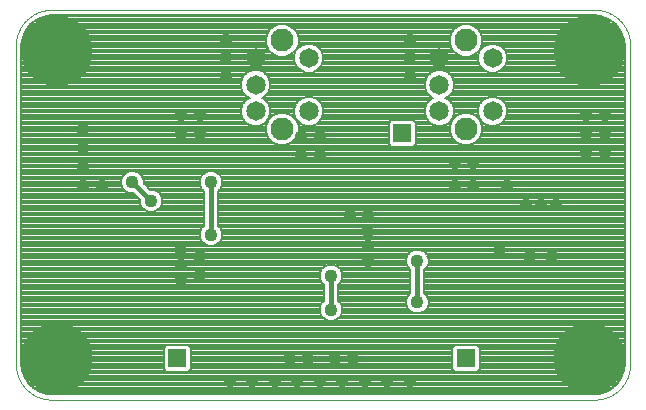
<source format=gbl>
G75*
%MOIN*%
%OFA0B0*%
%FSLAX25Y25*%
%IPPOS*%
%LPD*%
%AMOC8*
5,1,8,0,0,1.08239X$1,22.5*
%
%ADD10C,0.00394*%
%ADD11C,0.06496*%
%ADD12C,0.07677*%
%ADD13C,0.23622*%
%ADD14C,0.00800*%
%ADD15C,0.04362*%
%ADD16C,0.01600*%
%ADD17R,0.05906X0.05906*%
D10*
X0032280Y0024681D02*
X0213383Y0024681D01*
X0213668Y0024684D01*
X0213954Y0024695D01*
X0214239Y0024712D01*
X0214523Y0024736D01*
X0214807Y0024767D01*
X0215090Y0024805D01*
X0215371Y0024850D01*
X0215652Y0024901D01*
X0215932Y0024959D01*
X0216210Y0025024D01*
X0216486Y0025096D01*
X0216760Y0025174D01*
X0217033Y0025259D01*
X0217303Y0025351D01*
X0217571Y0025449D01*
X0217837Y0025553D01*
X0218100Y0025664D01*
X0218360Y0025781D01*
X0218618Y0025904D01*
X0218872Y0026034D01*
X0219123Y0026170D01*
X0219371Y0026311D01*
X0219615Y0026459D01*
X0219856Y0026612D01*
X0220092Y0026772D01*
X0220325Y0026937D01*
X0220554Y0027107D01*
X0220779Y0027283D01*
X0220999Y0027465D01*
X0221215Y0027651D01*
X0221426Y0027843D01*
X0221633Y0028040D01*
X0221835Y0028242D01*
X0222032Y0028449D01*
X0222224Y0028660D01*
X0222410Y0028876D01*
X0222592Y0029096D01*
X0222768Y0029321D01*
X0222938Y0029550D01*
X0223103Y0029783D01*
X0223263Y0030019D01*
X0223416Y0030260D01*
X0223564Y0030504D01*
X0223705Y0030752D01*
X0223841Y0031003D01*
X0223971Y0031257D01*
X0224094Y0031515D01*
X0224211Y0031775D01*
X0224322Y0032038D01*
X0224426Y0032304D01*
X0224524Y0032572D01*
X0224616Y0032842D01*
X0224701Y0033115D01*
X0224779Y0033389D01*
X0224851Y0033665D01*
X0224916Y0033943D01*
X0224974Y0034223D01*
X0225025Y0034504D01*
X0225070Y0034785D01*
X0225108Y0035068D01*
X0225139Y0035352D01*
X0225163Y0035636D01*
X0225180Y0035921D01*
X0225191Y0036207D01*
X0225194Y0036492D01*
X0225194Y0142791D01*
X0225191Y0143076D01*
X0225180Y0143362D01*
X0225163Y0143647D01*
X0225139Y0143931D01*
X0225108Y0144215D01*
X0225070Y0144498D01*
X0225025Y0144779D01*
X0224974Y0145060D01*
X0224916Y0145340D01*
X0224851Y0145618D01*
X0224779Y0145894D01*
X0224701Y0146168D01*
X0224616Y0146441D01*
X0224524Y0146711D01*
X0224426Y0146979D01*
X0224322Y0147245D01*
X0224211Y0147508D01*
X0224094Y0147768D01*
X0223971Y0148026D01*
X0223841Y0148280D01*
X0223705Y0148531D01*
X0223564Y0148779D01*
X0223416Y0149023D01*
X0223263Y0149264D01*
X0223103Y0149500D01*
X0222938Y0149733D01*
X0222768Y0149962D01*
X0222592Y0150187D01*
X0222410Y0150407D01*
X0222224Y0150623D01*
X0222032Y0150834D01*
X0221835Y0151041D01*
X0221633Y0151243D01*
X0221426Y0151440D01*
X0221215Y0151632D01*
X0220999Y0151818D01*
X0220779Y0152000D01*
X0220554Y0152176D01*
X0220325Y0152346D01*
X0220092Y0152511D01*
X0219856Y0152671D01*
X0219615Y0152824D01*
X0219371Y0152972D01*
X0219123Y0153113D01*
X0218872Y0153249D01*
X0218618Y0153379D01*
X0218360Y0153502D01*
X0218100Y0153619D01*
X0217837Y0153730D01*
X0217571Y0153834D01*
X0217303Y0153932D01*
X0217033Y0154024D01*
X0216760Y0154109D01*
X0216486Y0154187D01*
X0216210Y0154259D01*
X0215932Y0154324D01*
X0215652Y0154382D01*
X0215371Y0154433D01*
X0215090Y0154478D01*
X0214807Y0154516D01*
X0214523Y0154547D01*
X0214239Y0154571D01*
X0213954Y0154588D01*
X0213668Y0154599D01*
X0213383Y0154602D01*
X0032280Y0154602D01*
X0031995Y0154599D01*
X0031709Y0154588D01*
X0031424Y0154571D01*
X0031140Y0154547D01*
X0030856Y0154516D01*
X0030573Y0154478D01*
X0030292Y0154433D01*
X0030011Y0154382D01*
X0029731Y0154324D01*
X0029453Y0154259D01*
X0029177Y0154187D01*
X0028903Y0154109D01*
X0028630Y0154024D01*
X0028360Y0153932D01*
X0028092Y0153834D01*
X0027826Y0153730D01*
X0027563Y0153619D01*
X0027303Y0153502D01*
X0027045Y0153379D01*
X0026791Y0153249D01*
X0026540Y0153113D01*
X0026292Y0152972D01*
X0026048Y0152824D01*
X0025807Y0152671D01*
X0025571Y0152511D01*
X0025338Y0152346D01*
X0025109Y0152176D01*
X0024884Y0152000D01*
X0024664Y0151818D01*
X0024448Y0151632D01*
X0024237Y0151440D01*
X0024030Y0151243D01*
X0023828Y0151041D01*
X0023631Y0150834D01*
X0023439Y0150623D01*
X0023253Y0150407D01*
X0023071Y0150187D01*
X0022895Y0149962D01*
X0022725Y0149733D01*
X0022560Y0149500D01*
X0022400Y0149264D01*
X0022247Y0149023D01*
X0022099Y0148779D01*
X0021958Y0148531D01*
X0021822Y0148280D01*
X0021692Y0148026D01*
X0021569Y0147768D01*
X0021452Y0147508D01*
X0021341Y0147245D01*
X0021237Y0146979D01*
X0021139Y0146711D01*
X0021047Y0146441D01*
X0020962Y0146168D01*
X0020884Y0145894D01*
X0020812Y0145618D01*
X0020747Y0145340D01*
X0020689Y0145060D01*
X0020638Y0144779D01*
X0020593Y0144498D01*
X0020555Y0144215D01*
X0020524Y0143931D01*
X0020500Y0143647D01*
X0020483Y0143362D01*
X0020472Y0143076D01*
X0020469Y0142791D01*
X0020469Y0036492D01*
X0020472Y0036207D01*
X0020483Y0035921D01*
X0020500Y0035636D01*
X0020524Y0035352D01*
X0020555Y0035068D01*
X0020593Y0034785D01*
X0020638Y0034504D01*
X0020689Y0034223D01*
X0020747Y0033943D01*
X0020812Y0033665D01*
X0020884Y0033389D01*
X0020962Y0033115D01*
X0021047Y0032842D01*
X0021139Y0032572D01*
X0021237Y0032304D01*
X0021341Y0032038D01*
X0021452Y0031775D01*
X0021569Y0031515D01*
X0021692Y0031257D01*
X0021822Y0031003D01*
X0021958Y0030752D01*
X0022099Y0030504D01*
X0022247Y0030260D01*
X0022400Y0030019D01*
X0022560Y0029783D01*
X0022725Y0029550D01*
X0022895Y0029321D01*
X0023071Y0029096D01*
X0023253Y0028876D01*
X0023439Y0028660D01*
X0023631Y0028449D01*
X0023828Y0028242D01*
X0024030Y0028040D01*
X0024237Y0027843D01*
X0024448Y0027651D01*
X0024664Y0027465D01*
X0024884Y0027283D01*
X0025109Y0027107D01*
X0025338Y0026937D01*
X0025571Y0026772D01*
X0025807Y0026612D01*
X0026048Y0026459D01*
X0026292Y0026311D01*
X0026540Y0026170D01*
X0026791Y0026034D01*
X0027045Y0025904D01*
X0027303Y0025781D01*
X0027563Y0025664D01*
X0027826Y0025553D01*
X0028092Y0025449D01*
X0028360Y0025351D01*
X0028630Y0025259D01*
X0028903Y0025174D01*
X0029177Y0025096D01*
X0029453Y0025024D01*
X0029731Y0024959D01*
X0030011Y0024901D01*
X0030292Y0024850D01*
X0030573Y0024805D01*
X0030856Y0024767D01*
X0031140Y0024736D01*
X0031424Y0024712D01*
X0031709Y0024695D01*
X0031995Y0024684D01*
X0032280Y0024681D01*
D11*
X0100361Y0120823D03*
X0100361Y0129681D03*
X0100361Y0138539D03*
X0118077Y0138539D03*
X0118077Y0120823D03*
X0161611Y0120823D03*
X0161611Y0129681D03*
X0161611Y0138539D03*
X0179327Y0138539D03*
X0179327Y0120823D03*
D12*
X0170469Y0114917D03*
X0170469Y0144445D03*
X0109219Y0144445D03*
X0109219Y0114917D03*
D13*
X0034249Y0140823D03*
X0034249Y0038461D03*
X0211414Y0038461D03*
X0211414Y0140823D03*
D14*
X0223273Y0144358D02*
X0222305Y0147338D01*
X0220464Y0149872D01*
X0217929Y0151714D01*
X0214949Y0152682D01*
X0213383Y0152806D01*
X0032280Y0152806D01*
X0030714Y0152682D01*
X0027734Y0151714D01*
X0025199Y0149872D01*
X0023357Y0147338D01*
X0022389Y0144358D01*
X0022266Y0142791D01*
X0022266Y0036492D01*
X0022389Y0034926D01*
X0023357Y0031946D01*
X0025199Y0029411D01*
X0027734Y0027569D01*
X0030714Y0026601D01*
X0032280Y0026478D01*
X0213383Y0026478D01*
X0214949Y0026601D01*
X0217929Y0027569D01*
X0220464Y0029411D01*
X0222305Y0031946D01*
X0223273Y0034926D01*
X0223397Y0036492D01*
X0223397Y0142791D01*
X0223273Y0144358D01*
X0223241Y0144458D02*
X0175908Y0144458D01*
X0175908Y0145256D02*
X0222981Y0145256D01*
X0222722Y0146055D02*
X0175689Y0146055D01*
X0175908Y0145527D02*
X0175080Y0147526D01*
X0173550Y0149055D01*
X0171551Y0149883D01*
X0169387Y0149883D01*
X0167388Y0149055D01*
X0165859Y0147526D01*
X0165031Y0145527D01*
X0165031Y0143363D01*
X0165859Y0141364D01*
X0167388Y0139834D01*
X0169387Y0139006D01*
X0171551Y0139006D01*
X0173550Y0139834D01*
X0175080Y0141364D01*
X0175908Y0143363D01*
X0175908Y0145527D01*
X0175358Y0146853D02*
X0222463Y0146853D01*
X0222077Y0147652D02*
X0174953Y0147652D01*
X0174155Y0148450D02*
X0221497Y0148450D01*
X0220917Y0149249D02*
X0173083Y0149249D01*
X0167855Y0149249D02*
X0111833Y0149249D01*
X0112300Y0149055D02*
X0110301Y0149883D01*
X0108137Y0149883D01*
X0106138Y0149055D01*
X0104609Y0147526D01*
X0103781Y0145527D01*
X0103781Y0143363D01*
X0104609Y0141364D01*
X0106138Y0139834D01*
X0108137Y0139006D01*
X0110301Y0139006D01*
X0112300Y0139834D01*
X0113830Y0141364D01*
X0114658Y0143363D01*
X0114658Y0145527D01*
X0113830Y0147526D01*
X0112300Y0149055D01*
X0112905Y0148450D02*
X0166783Y0148450D01*
X0165985Y0147652D02*
X0113703Y0147652D01*
X0114108Y0146853D02*
X0165580Y0146853D01*
X0165249Y0146055D02*
X0114439Y0146055D01*
X0114658Y0145256D02*
X0165031Y0145256D01*
X0165031Y0144458D02*
X0114658Y0144458D01*
X0114658Y0143659D02*
X0165031Y0143659D01*
X0165239Y0142861D02*
X0120313Y0142861D01*
X0120824Y0142649D02*
X0119042Y0143387D01*
X0117113Y0143387D01*
X0115331Y0142649D01*
X0113967Y0141286D01*
X0113229Y0139504D01*
X0113229Y0137575D01*
X0113967Y0135793D01*
X0115331Y0134429D01*
X0117113Y0133691D01*
X0119042Y0133691D01*
X0120824Y0134429D01*
X0122187Y0135793D01*
X0122925Y0137575D01*
X0122925Y0139504D01*
X0122187Y0141286D01*
X0120824Y0142649D01*
X0121411Y0142062D02*
X0165569Y0142062D01*
X0165959Y0141264D02*
X0122196Y0141264D01*
X0122527Y0140465D02*
X0166757Y0140465D01*
X0167793Y0139667D02*
X0122858Y0139667D01*
X0122925Y0138868D02*
X0174479Y0138868D01*
X0174479Y0139504D02*
X0174479Y0137575D01*
X0175217Y0135793D01*
X0176581Y0134429D01*
X0178363Y0133691D01*
X0180292Y0133691D01*
X0182074Y0134429D01*
X0183437Y0135793D01*
X0184175Y0137575D01*
X0184175Y0139504D01*
X0183437Y0141286D01*
X0182074Y0142649D01*
X0180292Y0143387D01*
X0178363Y0143387D01*
X0176581Y0142649D01*
X0175217Y0141286D01*
X0174479Y0139504D01*
X0174547Y0139667D02*
X0173145Y0139667D01*
X0174181Y0140465D02*
X0174878Y0140465D01*
X0174979Y0141264D02*
X0175208Y0141264D01*
X0175369Y0142062D02*
X0175994Y0142062D01*
X0175700Y0142861D02*
X0177092Y0142861D01*
X0175908Y0143659D02*
X0223328Y0143659D01*
X0223391Y0142861D02*
X0181563Y0142861D01*
X0182661Y0142062D02*
X0223397Y0142062D01*
X0223397Y0141264D02*
X0183446Y0141264D01*
X0183777Y0140465D02*
X0223397Y0140465D01*
X0223397Y0139667D02*
X0184108Y0139667D01*
X0184175Y0138868D02*
X0223397Y0138868D01*
X0223397Y0138070D02*
X0184175Y0138070D01*
X0184050Y0137271D02*
X0223397Y0137271D01*
X0223397Y0136473D02*
X0183719Y0136473D01*
X0183318Y0135674D02*
X0223397Y0135674D01*
X0223397Y0134876D02*
X0182520Y0134876D01*
X0181223Y0134077D02*
X0223397Y0134077D01*
X0223397Y0133279D02*
X0164869Y0133279D01*
X0164357Y0133791D02*
X0162575Y0134529D01*
X0160647Y0134529D01*
X0158865Y0133791D01*
X0157501Y0132427D01*
X0156763Y0130645D01*
X0156763Y0128717D01*
X0157501Y0126935D01*
X0158865Y0125571D01*
X0159635Y0125252D01*
X0158865Y0124933D01*
X0157501Y0123569D01*
X0156763Y0121787D01*
X0156763Y0119858D01*
X0157501Y0118077D01*
X0158865Y0116713D01*
X0160647Y0115975D01*
X0162575Y0115975D01*
X0164357Y0116713D01*
X0165721Y0118077D01*
X0166459Y0119858D01*
X0166459Y0121787D01*
X0165721Y0123569D01*
X0164357Y0124933D01*
X0163587Y0125252D01*
X0164357Y0125571D01*
X0165721Y0126935D01*
X0166459Y0128717D01*
X0166459Y0130645D01*
X0165721Y0132427D01*
X0164357Y0133791D01*
X0163666Y0134077D02*
X0177432Y0134077D01*
X0176135Y0134876D02*
X0121270Y0134876D01*
X0122068Y0135674D02*
X0175336Y0135674D01*
X0174936Y0136473D02*
X0122469Y0136473D01*
X0122800Y0137271D02*
X0174605Y0137271D01*
X0174479Y0138070D02*
X0122925Y0138070D01*
X0119973Y0134077D02*
X0159555Y0134077D01*
X0158352Y0133279D02*
X0103619Y0133279D01*
X0103107Y0133791D02*
X0101325Y0134529D01*
X0099397Y0134529D01*
X0097615Y0133791D01*
X0096251Y0132427D01*
X0095513Y0130645D01*
X0095513Y0128717D01*
X0096251Y0126935D01*
X0097615Y0125571D01*
X0098385Y0125252D01*
X0097615Y0124933D01*
X0096251Y0123569D01*
X0095513Y0121787D01*
X0095513Y0119858D01*
X0096251Y0118077D01*
X0097615Y0116713D01*
X0099397Y0115975D01*
X0101325Y0115975D01*
X0103107Y0116713D01*
X0104471Y0118077D01*
X0105209Y0119858D01*
X0105209Y0121787D01*
X0104471Y0123569D01*
X0103107Y0124933D01*
X0102337Y0125252D01*
X0103107Y0125571D01*
X0104471Y0126935D01*
X0105209Y0128717D01*
X0105209Y0130645D01*
X0104471Y0132427D01*
X0103107Y0133791D01*
X0102416Y0134077D02*
X0116182Y0134077D01*
X0114885Y0134876D02*
X0022266Y0134876D01*
X0022266Y0135674D02*
X0114086Y0135674D01*
X0113686Y0136473D02*
X0022266Y0136473D01*
X0022266Y0137271D02*
X0113355Y0137271D01*
X0113229Y0138070D02*
X0022266Y0138070D01*
X0022266Y0138868D02*
X0113229Y0138868D01*
X0113297Y0139667D02*
X0111895Y0139667D01*
X0112931Y0140465D02*
X0113628Y0140465D01*
X0113729Y0141264D02*
X0113958Y0141264D01*
X0114119Y0142062D02*
X0114744Y0142062D01*
X0114450Y0142861D02*
X0115842Y0142861D01*
X0106543Y0139667D02*
X0022266Y0139667D01*
X0022266Y0140465D02*
X0105507Y0140465D01*
X0104709Y0141264D02*
X0022266Y0141264D01*
X0022266Y0142062D02*
X0104319Y0142062D01*
X0103989Y0142861D02*
X0022271Y0142861D01*
X0022334Y0143659D02*
X0103781Y0143659D01*
X0103781Y0144458D02*
X0022422Y0144458D01*
X0022681Y0145256D02*
X0103781Y0145256D01*
X0103999Y0146055D02*
X0022941Y0146055D01*
X0023200Y0146853D02*
X0104330Y0146853D01*
X0104735Y0147652D02*
X0023586Y0147652D01*
X0024166Y0148450D02*
X0105533Y0148450D01*
X0106605Y0149249D02*
X0024746Y0149249D01*
X0025440Y0150047D02*
X0220223Y0150047D01*
X0219124Y0150846D02*
X0026539Y0150846D01*
X0027638Y0151644D02*
X0218025Y0151644D01*
X0215686Y0152443D02*
X0029977Y0152443D01*
X0022266Y0134077D02*
X0098305Y0134077D01*
X0097102Y0133279D02*
X0022266Y0133279D01*
X0022266Y0132480D02*
X0096304Y0132480D01*
X0095942Y0131682D02*
X0022266Y0131682D01*
X0022266Y0130883D02*
X0095611Y0130883D01*
X0095513Y0130085D02*
X0022266Y0130085D01*
X0022266Y0129286D02*
X0095513Y0129286D01*
X0095608Y0128488D02*
X0022266Y0128488D01*
X0022266Y0127689D02*
X0095939Y0127689D01*
X0096295Y0126891D02*
X0022266Y0126891D01*
X0022266Y0126092D02*
X0097094Y0126092D01*
X0098285Y0125294D02*
X0022266Y0125294D01*
X0022266Y0124495D02*
X0097177Y0124495D01*
X0096378Y0123697D02*
X0022266Y0123697D01*
X0022266Y0122898D02*
X0095973Y0122898D01*
X0095642Y0122099D02*
X0022266Y0122099D01*
X0022266Y0121301D02*
X0095513Y0121301D01*
X0095513Y0120502D02*
X0022266Y0120502D01*
X0022266Y0119704D02*
X0095577Y0119704D01*
X0095908Y0118905D02*
X0022266Y0118905D01*
X0022266Y0118107D02*
X0096238Y0118107D01*
X0097019Y0117308D02*
X0022266Y0117308D01*
X0022266Y0116510D02*
X0098105Y0116510D01*
X0102617Y0116510D02*
X0103992Y0116510D01*
X0103781Y0115999D02*
X0103781Y0113836D01*
X0104609Y0111837D01*
X0106138Y0110307D01*
X0108137Y0109479D01*
X0110301Y0109479D01*
X0112300Y0110307D01*
X0113830Y0111837D01*
X0114658Y0113836D01*
X0114658Y0115999D01*
X0113830Y0117998D01*
X0112300Y0119528D01*
X0110301Y0120356D01*
X0108137Y0120356D01*
X0106138Y0119528D01*
X0104609Y0117998D01*
X0103781Y0115999D01*
X0103781Y0115711D02*
X0022266Y0115711D01*
X0022266Y0114913D02*
X0103781Y0114913D01*
X0103781Y0114114D02*
X0022266Y0114114D01*
X0022266Y0113316D02*
X0103996Y0113316D01*
X0104327Y0112517D02*
X0022266Y0112517D01*
X0022266Y0111719D02*
X0104726Y0111719D01*
X0105525Y0110920D02*
X0022266Y0110920D01*
X0022266Y0110122D02*
X0106585Y0110122D01*
X0111853Y0110122D02*
X0144666Y0110122D01*
X0144666Y0109816D02*
X0145604Y0108878D01*
X0152835Y0108878D01*
X0153772Y0109816D01*
X0153772Y0117047D01*
X0152835Y0117984D01*
X0145604Y0117984D01*
X0144666Y0117047D01*
X0144666Y0109816D01*
X0145159Y0109323D02*
X0022266Y0109323D01*
X0022266Y0108525D02*
X0223397Y0108525D01*
X0223397Y0109323D02*
X0153280Y0109323D01*
X0153772Y0110122D02*
X0167835Y0110122D01*
X0167388Y0110307D02*
X0169387Y0109479D01*
X0171551Y0109479D01*
X0173550Y0110307D01*
X0175080Y0111837D01*
X0175908Y0113836D01*
X0175908Y0115999D01*
X0175080Y0117998D01*
X0173550Y0119528D01*
X0171551Y0120356D01*
X0169387Y0120356D01*
X0167388Y0119528D01*
X0165859Y0117998D01*
X0165031Y0115999D01*
X0165031Y0113836D01*
X0165859Y0111837D01*
X0167388Y0110307D01*
X0166775Y0110920D02*
X0153772Y0110920D01*
X0153772Y0111719D02*
X0165976Y0111719D01*
X0165577Y0112517D02*
X0153772Y0112517D01*
X0153772Y0113316D02*
X0165246Y0113316D01*
X0165031Y0114114D02*
X0153772Y0114114D01*
X0153772Y0114913D02*
X0165031Y0114913D01*
X0165031Y0115711D02*
X0153772Y0115711D01*
X0153772Y0116510D02*
X0159355Y0116510D01*
X0158269Y0117308D02*
X0153510Y0117308D01*
X0157158Y0118905D02*
X0122531Y0118905D01*
X0122200Y0118107D02*
X0157488Y0118107D01*
X0156827Y0119704D02*
X0122861Y0119704D01*
X0122925Y0119858D02*
X0122187Y0118077D01*
X0120824Y0116713D01*
X0119042Y0115975D01*
X0117113Y0115975D01*
X0115331Y0116713D01*
X0113967Y0118077D01*
X0113229Y0119858D01*
X0113229Y0121787D01*
X0113967Y0123569D01*
X0115331Y0124933D01*
X0117113Y0125671D01*
X0119042Y0125671D01*
X0120824Y0124933D01*
X0122187Y0123569D01*
X0122925Y0121787D01*
X0122925Y0119858D01*
X0122925Y0120502D02*
X0156763Y0120502D01*
X0156763Y0121301D02*
X0122925Y0121301D01*
X0122796Y0122099D02*
X0156892Y0122099D01*
X0157223Y0122898D02*
X0122465Y0122898D01*
X0122060Y0123697D02*
X0157628Y0123697D01*
X0158427Y0124495D02*
X0121261Y0124495D01*
X0119953Y0125294D02*
X0159535Y0125294D01*
X0158344Y0126092D02*
X0103628Y0126092D01*
X0104426Y0126891D02*
X0157545Y0126891D01*
X0157189Y0127689D02*
X0104783Y0127689D01*
X0105114Y0128488D02*
X0156858Y0128488D01*
X0156763Y0129286D02*
X0105209Y0129286D01*
X0105209Y0130085D02*
X0156763Y0130085D01*
X0156861Y0130883D02*
X0105110Y0130883D01*
X0104780Y0131682D02*
X0157192Y0131682D01*
X0157554Y0132480D02*
X0104418Y0132480D01*
X0102437Y0125294D02*
X0116202Y0125294D01*
X0114893Y0124495D02*
X0103545Y0124495D01*
X0104343Y0123697D02*
X0114095Y0123697D01*
X0113690Y0122898D02*
X0104749Y0122898D01*
X0105080Y0122099D02*
X0113359Y0122099D01*
X0113229Y0121301D02*
X0105209Y0121301D01*
X0105209Y0120502D02*
X0113229Y0120502D01*
X0113293Y0119704D02*
X0111875Y0119704D01*
X0112922Y0118905D02*
X0113624Y0118905D01*
X0113721Y0118107D02*
X0113955Y0118107D01*
X0114115Y0117308D02*
X0114736Y0117308D01*
X0114446Y0116510D02*
X0115821Y0116510D01*
X0114658Y0115711D02*
X0144666Y0115711D01*
X0144666Y0114913D02*
X0114658Y0114913D01*
X0114658Y0114114D02*
X0144666Y0114114D01*
X0144666Y0113316D02*
X0114442Y0113316D01*
X0114112Y0112517D02*
X0144666Y0112517D01*
X0144666Y0111719D02*
X0113712Y0111719D01*
X0112913Y0110920D02*
X0144666Y0110920D01*
X0144666Y0116510D02*
X0120334Y0116510D01*
X0121419Y0117308D02*
X0144928Y0117308D01*
X0163867Y0116510D02*
X0165242Y0116510D01*
X0164953Y0117308D02*
X0165573Y0117308D01*
X0165733Y0118107D02*
X0165967Y0118107D01*
X0166064Y0118905D02*
X0166766Y0118905D01*
X0166395Y0119704D02*
X0167813Y0119704D01*
X0166459Y0120502D02*
X0174479Y0120502D01*
X0174479Y0119858D02*
X0175217Y0118077D01*
X0176581Y0116713D01*
X0178363Y0115975D01*
X0180292Y0115975D01*
X0182074Y0116713D01*
X0183437Y0118077D01*
X0184175Y0119858D01*
X0184175Y0121787D01*
X0183437Y0123569D01*
X0182074Y0124933D01*
X0180292Y0125671D01*
X0178363Y0125671D01*
X0176581Y0124933D01*
X0175217Y0123569D01*
X0174479Y0121787D01*
X0174479Y0119858D01*
X0174543Y0119704D02*
X0173125Y0119704D01*
X0174172Y0118905D02*
X0174874Y0118905D01*
X0174971Y0118107D02*
X0175205Y0118107D01*
X0175365Y0117308D02*
X0175986Y0117308D01*
X0175696Y0116510D02*
X0177071Y0116510D01*
X0175908Y0115711D02*
X0223397Y0115711D01*
X0223397Y0114913D02*
X0175908Y0114913D01*
X0175908Y0114114D02*
X0223397Y0114114D01*
X0223397Y0113316D02*
X0175692Y0113316D01*
X0175362Y0112517D02*
X0223397Y0112517D01*
X0223397Y0111719D02*
X0174962Y0111719D01*
X0174163Y0110920D02*
X0223397Y0110920D01*
X0223397Y0110122D02*
X0173103Y0110122D01*
X0181584Y0116510D02*
X0223397Y0116510D01*
X0223397Y0117308D02*
X0182669Y0117308D01*
X0183450Y0118107D02*
X0223397Y0118107D01*
X0223397Y0118905D02*
X0183781Y0118905D01*
X0184111Y0119704D02*
X0223397Y0119704D01*
X0223397Y0120502D02*
X0184175Y0120502D01*
X0184175Y0121301D02*
X0223397Y0121301D01*
X0223397Y0122099D02*
X0184046Y0122099D01*
X0183715Y0122898D02*
X0223397Y0122898D01*
X0223397Y0123697D02*
X0183310Y0123697D01*
X0182511Y0124495D02*
X0223397Y0124495D01*
X0223397Y0125294D02*
X0181203Y0125294D01*
X0177452Y0125294D02*
X0163687Y0125294D01*
X0164795Y0124495D02*
X0176143Y0124495D01*
X0175345Y0123697D02*
X0165593Y0123697D01*
X0165999Y0122898D02*
X0174940Y0122898D01*
X0174609Y0122099D02*
X0166330Y0122099D01*
X0166459Y0121301D02*
X0174479Y0121301D01*
X0165676Y0126891D02*
X0223397Y0126891D01*
X0223397Y0127689D02*
X0166033Y0127689D01*
X0166364Y0128488D02*
X0223397Y0128488D01*
X0223397Y0129286D02*
X0166459Y0129286D01*
X0166459Y0130085D02*
X0223397Y0130085D01*
X0223397Y0130883D02*
X0166360Y0130883D01*
X0166030Y0131682D02*
X0223397Y0131682D01*
X0223397Y0132480D02*
X0165668Y0132480D01*
X0164878Y0126092D02*
X0223397Y0126092D01*
X0223397Y0107726D02*
X0022266Y0107726D01*
X0022266Y0106928D02*
X0223397Y0106928D01*
X0223397Y0106129D02*
X0022266Y0106129D01*
X0022266Y0105331D02*
X0223397Y0105331D01*
X0223397Y0104532D02*
X0022266Y0104532D01*
X0022266Y0103734D02*
X0223397Y0103734D01*
X0223397Y0102935D02*
X0022266Y0102935D01*
X0022266Y0102137D02*
X0223397Y0102137D01*
X0223397Y0101338D02*
X0022266Y0101338D01*
X0022266Y0100540D02*
X0057447Y0100540D01*
X0057077Y0100387D02*
X0056014Y0099323D01*
X0055438Y0097933D01*
X0055438Y0096429D01*
X0056014Y0095039D01*
X0057077Y0093976D01*
X0058467Y0093400D01*
X0059606Y0093400D01*
X0061688Y0091318D01*
X0061688Y0090179D01*
X0062264Y0088789D01*
X0063327Y0087726D01*
X0064717Y0087150D01*
X0066221Y0087150D01*
X0067611Y0087726D01*
X0068675Y0088789D01*
X0069250Y0090179D01*
X0069250Y0091683D01*
X0068675Y0093073D01*
X0067611Y0094137D01*
X0066221Y0094712D01*
X0065082Y0094712D01*
X0063000Y0096794D01*
X0063000Y0097933D01*
X0062425Y0099323D01*
X0061361Y0100387D01*
X0059971Y0100962D01*
X0058467Y0100962D01*
X0057077Y0100387D01*
X0056432Y0099741D02*
X0022266Y0099741D01*
X0022266Y0098943D02*
X0055856Y0098943D01*
X0055525Y0098144D02*
X0022266Y0098144D01*
X0022266Y0097346D02*
X0055438Y0097346D01*
X0055438Y0096547D02*
X0022266Y0096547D01*
X0022266Y0095749D02*
X0055720Y0095749D01*
X0056103Y0094950D02*
X0022266Y0094950D01*
X0022266Y0094152D02*
X0056901Y0094152D01*
X0059653Y0093353D02*
X0022266Y0093353D01*
X0022266Y0092555D02*
X0060452Y0092555D01*
X0061250Y0091756D02*
X0022266Y0091756D01*
X0022266Y0090958D02*
X0061688Y0090958D01*
X0061696Y0090159D02*
X0022266Y0090159D01*
X0022266Y0089361D02*
X0062027Y0089361D01*
X0062491Y0088562D02*
X0022266Y0088562D01*
X0022266Y0087763D02*
X0063289Y0087763D01*
X0067649Y0087763D02*
X0083069Y0087763D01*
X0083069Y0086965D02*
X0022266Y0086965D01*
X0022266Y0086166D02*
X0083069Y0086166D01*
X0083069Y0085368D02*
X0022266Y0085368D01*
X0022266Y0084569D02*
X0083069Y0084569D01*
X0083069Y0083771D02*
X0022266Y0083771D01*
X0022266Y0082972D02*
X0083069Y0082972D01*
X0083069Y0082628D02*
X0082264Y0081823D01*
X0081688Y0080433D01*
X0081688Y0078929D01*
X0082264Y0077539D01*
X0083327Y0076476D01*
X0084717Y0075900D01*
X0086221Y0075900D01*
X0087611Y0076476D01*
X0088675Y0077539D01*
X0089250Y0078929D01*
X0089250Y0080433D01*
X0088675Y0081823D01*
X0087869Y0082628D01*
X0087869Y0094234D01*
X0088675Y0095039D01*
X0089250Y0096429D01*
X0089250Y0097933D01*
X0088675Y0099323D01*
X0087611Y0100387D01*
X0086221Y0100962D01*
X0084717Y0100962D01*
X0083327Y0100387D01*
X0082264Y0099323D01*
X0081688Y0097933D01*
X0081688Y0096429D01*
X0082264Y0095039D01*
X0083069Y0094234D01*
X0083069Y0082628D01*
X0082615Y0082174D02*
X0022266Y0082174D01*
X0022266Y0081375D02*
X0082078Y0081375D01*
X0081748Y0080577D02*
X0022266Y0080577D01*
X0022266Y0079778D02*
X0081688Y0079778D01*
X0081688Y0078980D02*
X0022266Y0078980D01*
X0022266Y0078181D02*
X0081998Y0078181D01*
X0082420Y0077383D02*
X0022266Y0077383D01*
X0022266Y0076584D02*
X0083219Y0076584D01*
X0087720Y0076584D02*
X0223397Y0076584D01*
X0223397Y0075786D02*
X0022266Y0075786D01*
X0022266Y0074987D02*
X0223397Y0074987D01*
X0223397Y0074189D02*
X0156235Y0074189D01*
X0156361Y0074137D02*
X0154971Y0074712D01*
X0153467Y0074712D01*
X0152077Y0074137D01*
X0151014Y0073073D01*
X0150438Y0071683D01*
X0150438Y0070179D01*
X0151014Y0068789D01*
X0151819Y0067984D01*
X0151819Y0060128D01*
X0151014Y0059323D01*
X0150438Y0057933D01*
X0150438Y0056429D01*
X0151014Y0055039D01*
X0152077Y0053976D01*
X0153467Y0053400D01*
X0154971Y0053400D01*
X0156361Y0053976D01*
X0157425Y0055039D01*
X0158000Y0056429D01*
X0158000Y0057933D01*
X0157425Y0059323D01*
X0156619Y0060128D01*
X0156619Y0067984D01*
X0157425Y0068789D01*
X0158000Y0070179D01*
X0158000Y0071683D01*
X0157425Y0073073D01*
X0156361Y0074137D01*
X0157107Y0073390D02*
X0223397Y0073390D01*
X0223397Y0072592D02*
X0157624Y0072592D01*
X0157955Y0071793D02*
X0223397Y0071793D01*
X0223397Y0070995D02*
X0158000Y0070995D01*
X0158000Y0070196D02*
X0223397Y0070196D01*
X0223397Y0069398D02*
X0157677Y0069398D01*
X0157235Y0068599D02*
X0223397Y0068599D01*
X0223397Y0067801D02*
X0156619Y0067801D01*
X0156619Y0067002D02*
X0223397Y0067002D01*
X0223397Y0066204D02*
X0156619Y0066204D01*
X0156619Y0065405D02*
X0223397Y0065405D01*
X0223397Y0064607D02*
X0156619Y0064607D01*
X0156619Y0063808D02*
X0223397Y0063808D01*
X0223397Y0063010D02*
X0156619Y0063010D01*
X0156619Y0062211D02*
X0223397Y0062211D01*
X0223397Y0061413D02*
X0156619Y0061413D01*
X0156619Y0060614D02*
X0223397Y0060614D01*
X0223397Y0059816D02*
X0156932Y0059816D01*
X0157551Y0059017D02*
X0223397Y0059017D01*
X0223397Y0058219D02*
X0157882Y0058219D01*
X0158000Y0057420D02*
X0223397Y0057420D01*
X0223397Y0056622D02*
X0158000Y0056622D01*
X0157749Y0055823D02*
X0223397Y0055823D01*
X0223397Y0055025D02*
X0157410Y0055025D01*
X0156611Y0054226D02*
X0223397Y0054226D01*
X0223397Y0053428D02*
X0155038Y0053428D01*
X0153401Y0053428D02*
X0129043Y0053428D01*
X0129250Y0053929D02*
X0128675Y0052539D01*
X0127611Y0051476D01*
X0126221Y0050900D01*
X0124717Y0050900D01*
X0123327Y0051476D01*
X0122264Y0052539D01*
X0121688Y0053929D01*
X0121688Y0055433D01*
X0122264Y0056823D01*
X0123069Y0057628D01*
X0123069Y0062984D01*
X0122264Y0063789D01*
X0121688Y0065179D01*
X0121688Y0066683D01*
X0122264Y0068073D01*
X0123327Y0069137D01*
X0124717Y0069712D01*
X0126221Y0069712D01*
X0127611Y0069137D01*
X0128675Y0068073D01*
X0129250Y0066683D01*
X0129250Y0065179D01*
X0128675Y0063789D01*
X0127869Y0062984D01*
X0127869Y0057628D01*
X0128675Y0056823D01*
X0129250Y0055433D01*
X0129250Y0053929D01*
X0129250Y0054226D02*
X0151827Y0054226D01*
X0151028Y0055025D02*
X0129250Y0055025D01*
X0129089Y0055823D02*
X0150689Y0055823D01*
X0150438Y0056622D02*
X0128758Y0056622D01*
X0128077Y0057420D02*
X0150438Y0057420D01*
X0150556Y0058219D02*
X0127869Y0058219D01*
X0127869Y0059017D02*
X0150887Y0059017D01*
X0151506Y0059816D02*
X0127869Y0059816D01*
X0127869Y0060614D02*
X0151819Y0060614D01*
X0151819Y0061413D02*
X0127869Y0061413D01*
X0127869Y0062211D02*
X0151819Y0062211D01*
X0151819Y0063010D02*
X0127895Y0063010D01*
X0128682Y0063808D02*
X0151819Y0063808D01*
X0151819Y0064607D02*
X0129013Y0064607D01*
X0129250Y0065405D02*
X0151819Y0065405D01*
X0151819Y0066204D02*
X0129250Y0066204D01*
X0129118Y0067002D02*
X0151819Y0067002D01*
X0151819Y0067801D02*
X0128787Y0067801D01*
X0128148Y0068599D02*
X0151204Y0068599D01*
X0150762Y0069398D02*
X0126980Y0069398D01*
X0123958Y0069398D02*
X0022266Y0069398D01*
X0022266Y0070196D02*
X0150438Y0070196D01*
X0150438Y0070995D02*
X0022266Y0070995D01*
X0022266Y0071793D02*
X0150484Y0071793D01*
X0150814Y0072592D02*
X0022266Y0072592D01*
X0022266Y0073390D02*
X0151331Y0073390D01*
X0152203Y0074189D02*
X0022266Y0074189D01*
X0022266Y0068599D02*
X0122790Y0068599D01*
X0122151Y0067801D02*
X0022266Y0067801D01*
X0022266Y0067002D02*
X0121820Y0067002D01*
X0121688Y0066204D02*
X0022266Y0066204D01*
X0022266Y0065405D02*
X0121688Y0065405D01*
X0121925Y0064607D02*
X0022266Y0064607D01*
X0022266Y0063808D02*
X0122256Y0063808D01*
X0123043Y0063010D02*
X0022266Y0063010D01*
X0022266Y0062211D02*
X0123069Y0062211D01*
X0123069Y0061413D02*
X0022266Y0061413D01*
X0022266Y0060614D02*
X0123069Y0060614D01*
X0123069Y0059816D02*
X0022266Y0059816D01*
X0022266Y0059017D02*
X0123069Y0059017D01*
X0123069Y0058219D02*
X0022266Y0058219D01*
X0022266Y0057420D02*
X0122861Y0057420D01*
X0122180Y0056622D02*
X0022266Y0056622D01*
X0022266Y0055823D02*
X0121850Y0055823D01*
X0121688Y0055025D02*
X0022266Y0055025D01*
X0022266Y0054226D02*
X0121688Y0054226D01*
X0121896Y0053428D02*
X0022266Y0053428D01*
X0022266Y0052629D02*
X0122227Y0052629D01*
X0122972Y0051830D02*
X0022266Y0051830D01*
X0022266Y0051032D02*
X0124398Y0051032D01*
X0126540Y0051032D02*
X0223397Y0051032D01*
X0223397Y0051830D02*
X0127966Y0051830D01*
X0128712Y0052629D02*
X0223397Y0052629D01*
X0223397Y0050233D02*
X0022266Y0050233D01*
X0022266Y0049435D02*
X0223397Y0049435D01*
X0223397Y0048636D02*
X0022266Y0048636D01*
X0022266Y0047838D02*
X0223397Y0047838D01*
X0223397Y0047039D02*
X0022266Y0047039D01*
X0022266Y0046241D02*
X0223397Y0046241D01*
X0223397Y0045442D02*
X0022266Y0045442D01*
X0022266Y0044644D02*
X0223397Y0044644D01*
X0223397Y0043845D02*
X0022266Y0043845D01*
X0022266Y0043047D02*
X0223397Y0043047D01*
X0223397Y0042248D02*
X0174820Y0042248D01*
X0175022Y0042047D02*
X0174085Y0042984D01*
X0166854Y0042984D01*
X0165916Y0042047D01*
X0165916Y0034816D01*
X0166854Y0033878D01*
X0174085Y0033878D01*
X0175022Y0034816D01*
X0175022Y0042047D01*
X0175022Y0041450D02*
X0223397Y0041450D01*
X0223397Y0040651D02*
X0175022Y0040651D01*
X0175022Y0039853D02*
X0223397Y0039853D01*
X0223397Y0039054D02*
X0175022Y0039054D01*
X0175022Y0038256D02*
X0223397Y0038256D01*
X0223397Y0037457D02*
X0175022Y0037457D01*
X0175022Y0036659D02*
X0223397Y0036659D01*
X0223347Y0035860D02*
X0175022Y0035860D01*
X0175022Y0035062D02*
X0223284Y0035062D01*
X0223058Y0034263D02*
X0174470Y0034263D01*
X0166469Y0034263D02*
X0078220Y0034263D01*
X0077835Y0033878D02*
X0078772Y0034816D01*
X0078772Y0042047D01*
X0077835Y0042984D01*
X0070604Y0042984D01*
X0069666Y0042047D01*
X0069666Y0034816D01*
X0070604Y0033878D01*
X0077835Y0033878D01*
X0078772Y0035062D02*
X0165916Y0035062D01*
X0165916Y0035860D02*
X0078772Y0035860D01*
X0078772Y0036659D02*
X0165916Y0036659D01*
X0165916Y0037457D02*
X0078772Y0037457D01*
X0078772Y0038256D02*
X0165916Y0038256D01*
X0165916Y0039054D02*
X0078772Y0039054D01*
X0078772Y0039853D02*
X0165916Y0039853D01*
X0165916Y0040651D02*
X0078772Y0040651D01*
X0078772Y0041450D02*
X0165916Y0041450D01*
X0166118Y0042248D02*
X0078570Y0042248D01*
X0069868Y0042248D02*
X0022266Y0042248D01*
X0022266Y0041450D02*
X0069666Y0041450D01*
X0069666Y0040651D02*
X0022266Y0040651D01*
X0022266Y0039853D02*
X0069666Y0039853D01*
X0069666Y0039054D02*
X0022266Y0039054D01*
X0022266Y0038256D02*
X0069666Y0038256D01*
X0069666Y0037457D02*
X0022266Y0037457D01*
X0022266Y0036659D02*
X0069666Y0036659D01*
X0069666Y0035860D02*
X0022316Y0035860D01*
X0022379Y0035062D02*
X0069666Y0035062D01*
X0070219Y0034263D02*
X0022604Y0034263D01*
X0022864Y0033465D02*
X0222799Y0033465D01*
X0222539Y0032666D02*
X0023123Y0032666D01*
X0023414Y0031868D02*
X0222249Y0031868D01*
X0221668Y0031069D02*
X0023994Y0031069D01*
X0024575Y0030271D02*
X0221088Y0030271D01*
X0220508Y0029472D02*
X0025155Y0029472D01*
X0026214Y0028674D02*
X0219449Y0028674D01*
X0218350Y0027875D02*
X0027313Y0027875D01*
X0029250Y0027077D02*
X0216412Y0027077D01*
X0223397Y0077383D02*
X0088518Y0077383D01*
X0088941Y0078181D02*
X0223397Y0078181D01*
X0223397Y0078980D02*
X0089250Y0078980D01*
X0089250Y0079778D02*
X0223397Y0079778D01*
X0223397Y0080577D02*
X0089191Y0080577D01*
X0088860Y0081375D02*
X0223397Y0081375D01*
X0223397Y0082174D02*
X0088324Y0082174D01*
X0087869Y0082972D02*
X0223397Y0082972D01*
X0223397Y0083771D02*
X0087869Y0083771D01*
X0087869Y0084569D02*
X0223397Y0084569D01*
X0223397Y0085368D02*
X0087869Y0085368D01*
X0087869Y0086166D02*
X0223397Y0086166D01*
X0223397Y0086965D02*
X0087869Y0086965D01*
X0087869Y0087763D02*
X0223397Y0087763D01*
X0223397Y0088562D02*
X0087869Y0088562D01*
X0087869Y0089361D02*
X0223397Y0089361D01*
X0223397Y0090159D02*
X0087869Y0090159D01*
X0087869Y0090958D02*
X0223397Y0090958D01*
X0223397Y0091756D02*
X0087869Y0091756D01*
X0087869Y0092555D02*
X0223397Y0092555D01*
X0223397Y0093353D02*
X0087869Y0093353D01*
X0087869Y0094152D02*
X0223397Y0094152D01*
X0223397Y0094950D02*
X0088585Y0094950D01*
X0088968Y0095749D02*
X0223397Y0095749D01*
X0223397Y0096547D02*
X0089250Y0096547D01*
X0089250Y0097346D02*
X0223397Y0097346D01*
X0223397Y0098144D02*
X0089163Y0098144D01*
X0088832Y0098943D02*
X0223397Y0098943D01*
X0223397Y0099741D02*
X0088256Y0099741D01*
X0087241Y0100540D02*
X0223397Y0100540D01*
X0106563Y0119704D02*
X0105145Y0119704D01*
X0104814Y0118905D02*
X0105516Y0118905D01*
X0104717Y0118107D02*
X0104483Y0118107D01*
X0104323Y0117308D02*
X0103703Y0117308D01*
X0083697Y0100540D02*
X0060991Y0100540D01*
X0062006Y0099741D02*
X0082682Y0099741D01*
X0082106Y0098943D02*
X0062582Y0098943D01*
X0062913Y0098144D02*
X0081775Y0098144D01*
X0081688Y0097346D02*
X0063000Y0097346D01*
X0063247Y0096547D02*
X0081688Y0096547D01*
X0081970Y0095749D02*
X0064046Y0095749D01*
X0064844Y0094950D02*
X0082353Y0094950D01*
X0083069Y0094152D02*
X0067575Y0094152D01*
X0068394Y0093353D02*
X0083069Y0093353D01*
X0083069Y0092555D02*
X0068889Y0092555D01*
X0069220Y0091756D02*
X0083069Y0091756D01*
X0083069Y0090958D02*
X0069250Y0090958D01*
X0069242Y0090159D02*
X0083069Y0090159D01*
X0083069Y0089361D02*
X0068911Y0089361D01*
X0068447Y0088562D02*
X0083069Y0088562D01*
D15*
X0085469Y0097181D03*
X0065469Y0090931D03*
X0059219Y0097181D03*
X0049219Y0095931D03*
X0042969Y0095931D03*
X0042969Y0102181D03*
X0042969Y0108431D03*
X0042969Y0114681D03*
X0075469Y0113431D03*
X0081719Y0113431D03*
X0081719Y0119681D03*
X0075469Y0119681D03*
X0090469Y0132181D03*
X0090469Y0138431D03*
X0090469Y0144681D03*
X0115469Y0112181D03*
X0121719Y0112181D03*
X0121719Y0105931D03*
X0115469Y0105931D03*
X0131719Y0085931D03*
X0137969Y0085931D03*
X0137969Y0080931D03*
X0137969Y0075931D03*
X0137969Y0070931D03*
X0125469Y0065931D03*
X0125469Y0054681D03*
X0126719Y0038431D03*
X0132969Y0038431D03*
X0129219Y0030931D03*
X0121719Y0030931D03*
X0114219Y0030931D03*
X0106719Y0030931D03*
X0099219Y0030931D03*
X0091719Y0030931D03*
X0111719Y0038431D03*
X0117969Y0038431D03*
X0136719Y0030931D03*
X0144219Y0030931D03*
X0151719Y0030931D03*
X0154219Y0057181D03*
X0154219Y0070931D03*
X0181719Y0074681D03*
X0191719Y0072181D03*
X0199219Y0072181D03*
X0200469Y0089681D03*
X0195469Y0089681D03*
X0190469Y0089681D03*
X0184219Y0095931D03*
X0172969Y0095931D03*
X0166719Y0095931D03*
X0166719Y0103431D03*
X0172969Y0103431D03*
X0210469Y0107181D03*
X0216719Y0107181D03*
X0216719Y0113431D03*
X0210469Y0113431D03*
X0210469Y0119681D03*
X0216719Y0119681D03*
X0151719Y0132181D03*
X0151719Y0138431D03*
X0151719Y0144681D03*
X0085469Y0079681D03*
X0081719Y0072181D03*
X0075469Y0069681D03*
X0081719Y0065931D03*
X0075469Y0064681D03*
X0075469Y0074681D03*
D16*
X0085469Y0079681D02*
X0085469Y0097181D01*
X0065469Y0090931D02*
X0059219Y0097181D01*
X0125469Y0065931D02*
X0125469Y0054681D01*
X0154219Y0057181D02*
X0154219Y0070931D01*
D17*
X0170469Y0038431D03*
X0074219Y0038431D03*
X0149219Y0113431D03*
M02*

</source>
